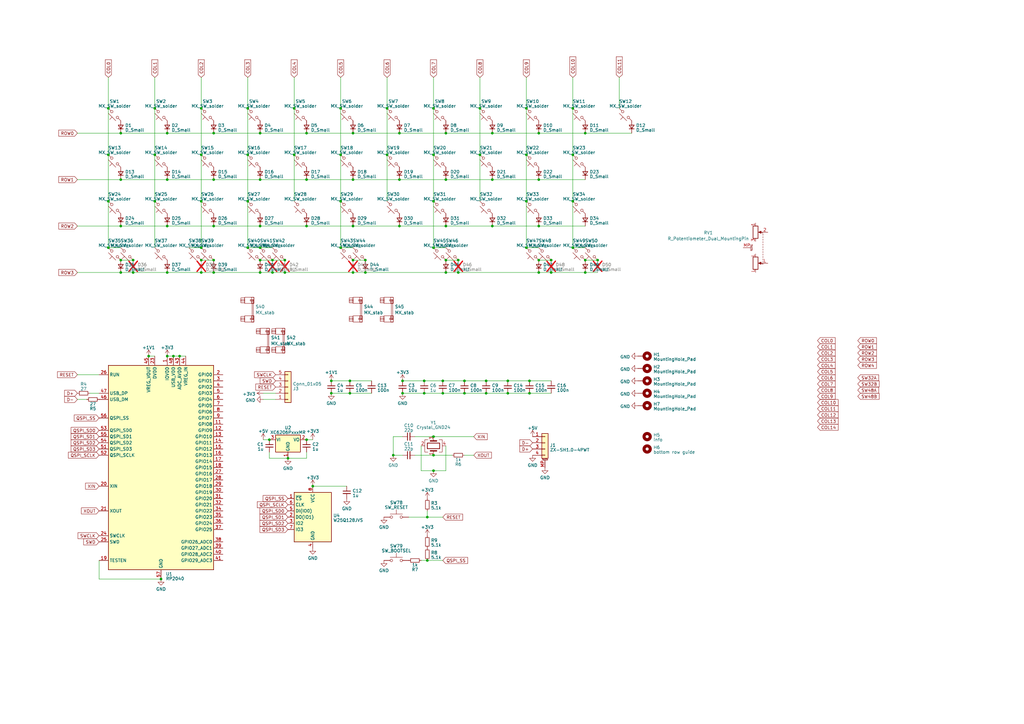
<source format=kicad_sch>
(kicad_sch (version 20231120) (generator "eeschema") (generator_version "8.0")
  (paper "A3")
  (junction (at 163.83 73.66))
  (junction (at 245.11 106.68))
  (junction (at 177.8 179.07))
  (junction (at 139.7 82.55))
  (junction (at 240.03 111.76))
  (junction (at 106.68 101.6))
  (junction (at 101.6 82.55))
  (junction (at 199.39 156.21))
  (junction (at 240.03 54.61))
  (junction (at 125.73 92.71))
  (junction (at 220.98 111.76))
  (junction (at 177.8 63.5))
  (junction (at 73.66 146.05))
  (junction (at 63.5 63.5))
  (junction (at 234.95 82.55))
  (junction (at 49.53 111.76))
  (junction (at 149.86 106.68))
  (junction (at 220.98 54.61))
  (junction (at 144.78 92.71))
  (junction (at 175.26 229.87))
  (junction (at 49.53 73.66))
  (junction (at 177.8 101.6))
  (junction (at 165.1 161.29))
  (junction (at 163.83 92.71))
  (junction (at 106.68 92.71))
  (junction (at 144.78 106.68))
  (junction (at 149.86 111.76))
  (junction (at 220.98 73.66))
  (junction (at 68.58 54.61))
  (junction (at 116.84 111.76))
  (junction (at 106.68 54.61))
  (junction (at 177.8 193.04))
  (junction (at 208.28 161.29))
  (junction (at 82.55 44.45))
  (junction (at 190.5 156.21))
  (junction (at 135.89 156.21))
  (junction (at 49.53 54.61))
  (junction (at 82.55 106.68))
  (junction (at 181.61 156.21))
  (junction (at 66.04 237.49))
  (junction (at 63.5 82.55))
  (junction (at 135.89 161.29))
  (junction (at 182.88 106.68))
  (junction (at 128.27 199.39))
  (junction (at 82.55 63.5))
  (junction (at 68.58 111.76))
  (junction (at 182.88 111.76))
  (junction (at 158.75 63.5))
  (junction (at 101.6 63.5))
  (junction (at 71.12 146.05))
  (junction (at 175.26 212.09))
  (junction (at 106.68 73.66))
  (junction (at 181.61 161.29))
  (junction (at 220.98 106.68))
  (junction (at 143.51 156.21))
  (junction (at 87.63 111.76))
  (junction (at 161.29 186.69))
  (junction (at 120.65 44.45))
  (junction (at 220.98 92.71))
  (junction (at 208.28 156.21))
  (junction (at 110.49 180.34))
  (junction (at 106.68 106.68))
  (junction (at 199.39 161.29))
  (junction (at 240.03 106.68))
  (junction (at 158.75 44.45))
  (junction (at 177.8 82.55))
  (junction (at 49.53 92.71))
  (junction (at 234.95 63.5))
  (junction (at 44.45 82.55))
  (junction (at 111.76 111.76))
  (junction (at 215.9 63.5))
  (junction (at 139.7 63.5))
  (junction (at 139.7 101.6))
  (junction (at 139.7 44.45))
  (junction (at 226.06 111.76))
  (junction (at 120.65 63.5))
  (junction (at 196.85 63.5))
  (junction (at 144.78 111.76))
  (junction (at 215.9 101.6))
  (junction (at 182.88 54.61))
  (junction (at 163.83 54.61))
  (junction (at 44.45 101.6))
  (junction (at 87.63 73.66))
  (junction (at 118.11 187.96))
  (junction (at 143.51 161.29))
  (junction (at 226.06 106.68))
  (junction (at 201.93 92.71))
  (junction (at 68.58 146.05))
  (junction (at 60.96 146.05))
  (junction (at 87.63 92.71))
  (junction (at 68.58 92.71))
  (junction (at 87.63 54.61))
  (junction (at 82.55 111.76))
  (junction (at 234.95 101.6))
  (junction (at 201.93 73.66))
  (junction (at 201.93 54.61))
  (junction (at 177.8 44.45))
  (junction (at 173.99 156.21))
  (junction (at 101.6 101.6))
  (junction (at 234.95 44.45))
  (junction (at 44.45 44.45))
  (junction (at 125.73 54.61))
  (junction (at 82.55 101.6))
  (junction (at 173.99 161.29))
  (junction (at 106.68 111.76))
  (junction (at 217.17 161.29))
  (junction (at 196.85 44.45))
  (junction (at 63.5 44.45))
  (junction (at 177.8 186.69))
  (junction (at 87.63 106.68))
  (junction (at 165.1 156.21))
  (junction (at 44.45 63.5))
  (junction (at 116.84 106.68))
  (junction (at 82.55 82.55))
  (junction (at 54.61 106.68))
  (junction (at 215.9 82.55))
  (junction (at 187.96 111.76))
  (junction (at 54.61 111.76))
  (junction (at 101.6 44.45))
  (junction (at 125.73 73.66))
  (junction (at 217.17 156.21))
  (junction (at 215.9 44.45))
  (junction (at 190.5 161.29))
  (junction (at 144.78 54.61))
  (junction (at 49.53 106.68))
  (junction (at 111.76 106.68))
  (junction (at 182.88 92.71))
  (junction (at 68.58 73.66))
  (junction (at 187.96 106.68))
  (junction (at 182.88 73.66))
  (junction (at 125.73 180.34))
  (junction (at 144.78 73.66))
  (wire (pts (xy 158.75 63.5) (xy 158.75 82.55)))
  (wire (pts (xy 181.61 212.09) (xy 175.26 212.09)))
  (wire (pts (xy 182.88 182.88) (xy 182.88 193.04)))
  (wire (pts (xy 199.39 156.21) (xy 208.28 156.21)))
  (wire (pts (xy 120.65 44.45) (xy 120.65 63.5)))
  (wire (pts (xy 44.45 63.5) (xy 44.45 82.55)))
  (wire (pts (xy 196.85 44.45) (xy 196.85 63.5)))
  (wire (pts (xy 215.9 44.45) (xy 215.9 63.5)))
  (wire (pts (xy 120.65 31.75) (xy 120.65 44.45)))
  (wire (pts (xy 144.78 54.61) (xy 163.83 54.61)))
  (wire (pts (xy 144.78 111.76) (xy 149.86 111.76)))
  (wire (pts (xy 31.75 163.83) (xy 35.56 163.83)))
  (wire (pts (xy 106.68 111.76) (xy 111.76 111.76)))
  (wire (pts (xy 177.8 44.45) (xy 177.8 63.5)))
  (wire (pts (xy 111.76 106.68) (xy 116.84 106.68)))
  (wire (pts (xy 101.6 63.5) (xy 101.6 82.55)))
  (wire (pts (xy 215.9 31.75) (xy 215.9 44.45)))
  (wire (pts (xy 194.31 186.69) (xy 190.5 186.69)))
  (wire (pts (xy 77.47 101.6) (xy 82.55 101.6)))
  (wire (pts (xy 173.99 156.21) (xy 181.61 156.21)))
  (wire (pts (xy 175.26 229.87) (xy 181.61 229.87)))
  (wire (pts (xy 143.51 156.21) (xy 152.4 156.21)))
  (wire (pts (xy 40.64 237.49) (xy 66.04 237.49)))
  (wire (pts (xy 177.8 186.69) (xy 185.42 186.69)))
  (wire (pts (xy 161.29 179.07) (xy 161.29 186.69)))
  (wire (pts (xy 196.85 31.75) (xy 196.85 44.45)))
  (wire (pts (xy 177.8 193.04) (xy 182.88 193.04)))
  (wire (pts (xy 144.78 106.68) (xy 149.86 106.68)))
  (wire (pts (xy 106.68 106.68) (xy 111.76 106.68)))
  (wire (pts (xy 167.64 212.09) (xy 175.26 212.09)))
  (wire (pts (xy 181.61 156.21) (xy 190.5 156.21)))
  (wire (pts (xy 165.1 161.29) (xy 173.99 161.29)))
  (wire (pts (xy 68.58 92.71) (xy 87.63 92.71)))
  (wire (pts (xy 139.7 63.5) (xy 139.7 82.55)))
  (wire (pts (xy 240.03 106.68) (xy 245.11 106.68)))
  (wire (pts (xy 36.83 161.29) (xy 40.64 161.29)))
  (wire (pts (xy 106.68 73.66) (xy 125.73 73.66)))
  (wire (pts (xy 106.68 101.6) (xy 111.76 101.6)))
  (wire (pts (xy 201.93 92.71) (xy 220.98 92.71)))
  (wire (pts (xy 220.98 106.68) (xy 226.06 106.68)))
  (wire (pts (xy 44.45 44.45) (xy 44.45 63.5)))
  (wire (pts (xy 31.75 92.71) (xy 49.53 92.71)))
  (wire (pts (xy 182.88 73.66) (xy 201.93 73.66)))
  (wire (pts (xy 187.96 111.76) (xy 220.98 111.76)))
  (wire (pts (xy 68.58 54.61) (xy 87.63 54.61)))
  (wire (pts (xy 101.6 82.55) (xy 101.6 101.6)))
  (wire (pts (xy 142.24 199.39) (xy 128.27 199.39)))
  (wire (pts (xy 181.61 161.29) (xy 190.5 161.29)))
  (wire (pts (xy 144.78 92.71) (xy 163.83 92.71)))
  (wire (pts (xy 217.17 161.29) (xy 226.06 161.29)))
  (wire (pts (xy 220.98 92.71) (xy 240.03 92.71)))
  (wire (pts (xy 161.29 179.07) (xy 165.1 179.07)))
  (wire (pts (xy 82.55 82.55) (xy 82.55 101.6)))
  (wire (pts (xy 182.88 92.71) (xy 201.93 92.71)))
  (wire (pts (xy 201.93 73.66) (xy 220.98 73.66)))
  (wire (pts (xy 135.89 161.29) (xy 143.51 161.29)))
  (wire (pts (xy 170.18 179.07) (xy 177.8 179.07)))
  (wire (pts (xy 161.29 186.69) (xy 165.1 186.69)))
  (wire (pts (xy 44.45 82.55) (xy 44.45 101.6)))
  (wire (pts (xy 139.7 101.6) (xy 144.78 101.6)))
  (wire (pts (xy 68.58 111.76) (xy 82.55 111.76)))
  (wire (pts (xy 101.6 101.6) (xy 106.68 101.6)))
  (wire (pts (xy 177.8 31.75) (xy 177.8 44.45)))
  (wire (pts (xy 182.88 54.61) (xy 201.93 54.61)))
  (wire (pts (xy 87.63 73.66) (xy 106.68 73.66)))
  (wire (pts (xy 226.06 111.76) (xy 240.03 111.76)))
  (wire (pts (xy 170.18 186.69) (xy 177.8 186.69)))
  (wire (pts (xy 101.6 31.75) (xy 101.6 44.45)))
  (wire (pts (xy 31.75 54.61) (xy 49.53 54.61)))
  (wire (pts (xy 82.55 106.68) (xy 87.63 106.68)))
  (wire (pts (xy 215.9 82.55) (xy 215.9 101.6)))
  (wire (pts (xy 116.84 111.76) (xy 144.78 111.76)))
  (wire (pts (xy 177.8 101.6) (xy 182.88 101.6)))
  (wire (pts (xy 106.68 54.61) (xy 125.73 54.61)))
  (wire (pts (xy 240.03 54.61) (xy 259.08 54.61)))
  (wire (pts (xy 125.73 54.61) (xy 144.78 54.61)))
  (wire (pts (xy 220.98 73.66) (xy 240.03 73.66)))
  (wire (pts (xy 82.55 31.75) (xy 82.55 44.45)))
  (wire (pts (xy 87.63 92.71) (xy 106.68 92.71)))
  (wire (pts (xy 177.8 179.07) (xy 194.31 179.07)))
  (wire (pts (xy 182.88 111.76) (xy 187.96 111.76)))
  (wire (pts (xy 125.73 180.34) (xy 128.27 180.34)))
  (wire (pts (xy 87.63 54.61) (xy 106.68 54.61)))
  (wire (pts (xy 199.39 161.29) (xy 208.28 161.29)))
  (wire (pts (xy 163.83 73.66) (xy 182.88 73.66)))
  (wire (pts (xy 125.73 92.71) (xy 144.78 92.71)))
  (wire (pts (xy 31.75 73.66) (xy 49.53 73.66)))
  (wire (pts (xy 234.95 82.55) (xy 234.95 101.6)))
  (wire (pts (xy 234.95 44.45) (xy 234.95 63.5)))
  (wire (pts (xy 190.5 161.29) (xy 199.39 161.29)))
  (wire (pts (xy 63.5 44.45) (xy 63.5 63.5)))
  (wire (pts (xy 177.8 193.04) (xy 172.72 193.04)))
  (wire (pts (xy 173.99 161.29) (xy 181.61 161.29)))
  (wire (pts (xy 60.96 146.05) (xy 63.5 146.05)))
  (wire (pts (xy 71.12 146.05) (xy 73.66 146.05)))
  (wire (pts (xy 177.8 63.5) (xy 177.8 82.55)))
  (wire (pts (xy 44.45 101.6) (xy 49.53 101.6)))
  (wire (pts (xy 215.9 101.6) (xy 220.98 101.6)))
  (wire (pts (xy 190.5 156.21) (xy 199.39 156.21)))
  (wire (pts (xy 177.8 82.55) (xy 177.8 101.6)))
  (wire (pts (xy 82.55 111.76) (xy 87.63 111.76)))
  (wire (pts (xy 82.55 44.45) (xy 82.55 63.5)))
  (wire (pts (xy 101.6 44.45) (xy 101.6 63.5)))
  (wire (pts (xy 125.73 73.66) (xy 144.78 73.66)))
  (wire (pts (xy 234.95 31.75) (xy 234.95 44.45)))
  (wire (pts (xy 111.76 111.76) (xy 116.84 111.76)))
  (wire (pts (xy 49.53 54.61) (xy 68.58 54.61)))
  (wire (pts (xy 182.88 106.68) (xy 187.96 106.68)))
  (wire (pts (xy 54.61 111.76) (xy 68.58 111.76)))
  (wire (pts (xy 40.64 229.87) (xy 40.64 237.49)))
  (wire (pts (xy 196.85 63.5) (xy 196.85 82.55)))
  (wire (pts (xy 120.65 63.5) (xy 120.65 82.55)))
  (wire (pts (xy 63.5 63.5) (xy 63.5 82.55)))
  (wire (pts (xy 240.03 111.76) (xy 245.11 111.76)))
  (wire (pts (xy 49.53 111.76) (xy 54.61 111.76)))
  (wire (pts (xy 82.55 63.5) (xy 82.55 82.55)))
  (wire (pts (xy 172.72 193.04) (xy 172.72 182.88)))
  (wire (pts (xy 220.98 54.61) (xy 240.03 54.61)))
  (wire (pts (xy 139.7 31.75) (xy 139.7 44.45)))
  (wire (pts (xy 163.83 92.71) (xy 182.88 92.71)))
  (wire (pts (xy 125.73 187.96) (xy 125.73 185.42)))
  (wire (pts (xy 158.75 44.45) (xy 158.75 63.5)))
  (wire (pts (xy 215.9 63.5) (xy 215.9 82.55)))
  (wire (pts (xy 31.75 111.76) (xy 49.53 111.76)))
  (wire (pts (xy 87.63 111.76) (xy 106.68 111.76)))
  (wire (pts (xy 234.95 101.6) (xy 240.03 101.6)))
  (wire (pts (xy 175.26 229.87) (xy 172.72 229.87)))
  (wire (pts (xy 139.7 82.55) (xy 139.7 101.6)))
  (wire (pts (xy 63.5 82.55) (xy 63.5 101.6)))
  (wire (pts (xy 106.68 92.71) (xy 125.73 92.71)))
  (wire (pts (xy 208.28 161.29) (xy 217.17 161.29)))
  (wire (pts (xy 49.53 73.66) (xy 68.58 73.66)))
  (wire (pts (xy 107.95 161.29) (xy 113.03 161.29)))
  (wire (pts (xy 158.75 31.75) (xy 158.75 44.45)))
  (wire (pts (xy 234.95 63.5) (xy 234.95 82.55)))
  (wire (pts (xy 49.53 106.68) (xy 54.61 106.68)))
  (wire (pts (xy 254 31.75) (xy 254 44.45)))
  (wire (pts (xy 107.95 180.34) (xy 110.49 180.34)))
  (wire (pts (xy 143.51 161.29) (xy 152.4 161.29)))
  (wire (pts (xy 73.66 146.05) (xy 76.2 146.05)))
  (wire (pts (xy 163.83 54.61) (xy 182.88 54.61)))
  (wire (pts (xy 220.98 111.76) (xy 226.06 111.76)))
  (wire (pts (xy 49.53 92.71) (xy 68.58 92.71)))
  (wire (pts (xy 110.49 187.96) (xy 118.11 187.96)))
  (wire (pts (xy 40.64 153.67) (xy 31.75 153.67)))
  (wire (pts (xy 44.45 31.75) (xy 44.45 44.45)))
  (wire (pts (xy 144.78 73.66) (xy 163.83 73.66)))
  (wire (pts (xy 208.28 156.21) (xy 217.17 156.21)))
  (wire (pts (xy 201.93 54.61) (xy 220.98 54.61)))
  (wire (pts (xy 175.26 209.55) (xy 175.26 212.09)))
  (wire (pts (xy 165.1 156.21) (xy 173.99 156.21)))
  (wire (pts (xy 68.58 73.66) (xy 87.63 73.66)))
  (wire (pts (xy 118.11 187.96) (xy 125.73 187.96)))
  (wire (pts (xy 110.49 185.42) (xy 110.49 187.96)))
  (wire (pts (xy 107.95 163.83) (xy 113.03 163.83)))
  (wire (pts (xy 63.5 31.75) (xy 63.5 44.45)))
  (wire (pts (xy 135.89 156.21) (xy 143.51 156.21)))
  (wire (pts (xy 68.58 146.05) (xy 71.12 146.05)))
  (wire (pts (xy 149.86 111.76) (xy 182.88 111.76)))
  (wire (pts (xy 139.7 44.45) (xy 139.7 63.5)))
  (wire (pts (xy 217.17 156.21) (xy 226.06 156.21)))
  (global_label "D+" (shape input) (at 31.75 161.29 180) (property "Intersheetrefs" "${INTERSHEET_REFS}" (effects (hide yes))))
  (global_label "COL5" (shape input) (at 139.7 31.75 90) (property "Intersheetrefs" "${INTERSHEET_REFS}" (effects (hide yes))))
  (global_label "COL5" (shape input) (at 335.28 152.4 0) (property "Intersheetrefs" "${INTERSHEET_REFS}" (effects (hide yes))))
  (global_label "COL8" (shape input) (at 196.85 31.75 90) (property "Intersheetrefs" "${INTERSHEET_REFS}" (effects (hide yes))))
  (global_label "SW32B" (shape input) (at 351.79 157.48 0) (property "Intersheetrefs" "${INTERSHEET_REFS}" (effects (hide yes))))
  (global_label "COL10" (shape input) (at 335.28 165.1 0) (property "Intersheetrefs" "${INTERSHEET_REFS}" (effects (hide yes))))
  (global_label "COL1" (shape input) (at 63.5 31.75 90) (property "Intersheetrefs" "${INTERSHEET_REFS}" (effects (hide yes))))
  (global_label "COL11" (shape input) (at 254 31.75 90) (property "Intersheetrefs" "${INTERSHEET_REFS}" (effects (hide yes))))
  (global_label "COL9" (shape input) (at 215.9 31.75 90) (property "Intersheetrefs" "${INTERSHEET_REFS}" (effects (hide yes))))
  (global_label "COL2" (shape input) (at 335.28 144.78 0) (property "Intersheetrefs" "${INTERSHEET_REFS}" (effects (hide yes))))
  (global_label "COL10" (shape input) (at 234.95 31.75 90) (property "Intersheetrefs" "${INTERSHEET_REFS}" (effects (hide yes))))
  (global_label "COL0" (shape input) (at 335.28 139.7 0) (property "Intersheetrefs" "${INTERSHEET_REFS}" (effects (hide yes))))
  (global_label "SW32A" (shape input) (at 351.79 154.94 0) (property "Intersheetrefs" "${INTERSHEET_REFS}" (effects (hide yes))))
  (global_label "SW48B" (shape input) (at 351.79 162.56 0) (property "Intersheetrefs" "${INTERSHEET_REFS}" (effects (hide yes))))
  (global_label "QSPI_SD1" (shape input) (at 118.11 212.09 180) (property "Intersheetrefs" "${INTERSHEET_REFS}" (effects (hide yes))))
  (global_label "COL7" (shape input) (at 335.28 157.48 0) (property "Intersheetrefs" "${INTERSHEET_REFS}" (effects (hide yes))))
  (global_label "COL13" (shape input) (at 335.28 172.72 0) (property "Intersheetrefs" "${INTERSHEET_REFS}" (effects (hide yes))))
  (global_label "COL6" (shape input) (at 158.75 31.75 90) (property "Intersheetrefs" "${INTERSHEET_REFS}" (effects (hide yes))))
  (global_label "QSPI_SCLK" (shape input) (at 118.11 207.01 180) (property "Intersheetrefs" "${INTERSHEET_REFS}" (effects (hide yes))))
  (global_label "QSPI_SS" (shape input) (at 118.11 204.47 180) (property "Intersheetrefs" "${INTERSHEET_REFS}" (effects (hide yes))))
  (global_label "COL4" (shape input) (at 335.28 149.86 0) (property "Intersheetrefs" "${INTERSHEET_REFS}" (effects (hide yes))))
  (global_label "XIN" (shape input) (at 40.64 199.39 180) (property "Intersheetrefs" "${INTERSHEET_REFS}" (effects (hide yes))))
  (global_label "COL7" (shape input) (at 177.8 31.75 90) (property "Intersheetrefs" "${INTERSHEET_REFS}" (effects (hide yes))))
  (global_label "COL12" (shape input) (at 335.28 170.18 0) (property "Intersheetrefs" "${INTERSHEET_REFS}" (effects (hide yes))))
  (global_label "QSPI_SS" (shape input) (at 181.61 229.87 0) (property "Intersheetrefs" "${INTERSHEET_REFS}" (effects (hide yes))))
  (global_label "SWD" (shape input) (at 113.03 156.21 180) (property "Intersheetrefs" "${INTERSHEET_REFS}" (effects (hide yes))))
  (global_label "ROW3" (shape input) (at 31.75 111.76 180) (property "Intersheetrefs" "${INTERSHEET_REFS}" (effects (hide yes))))
  (global_label "COL9" (shape input) (at 335.28 162.56 0) (property "Intersheetrefs" "${INTERSHEET_REFS}" (effects (hide yes))))
  (global_label "COL0" (shape input) (at 44.45 31.75 90) (property "Intersheetrefs" "${INTERSHEET_REFS}" (effects (hide yes))))
  (global_label "COL3" (shape input) (at 101.6 31.75 90) (property "Intersheetrefs" "${INTERSHEET_REFS}" (effects (hide yes))))
  (global_label "SW48A" (shape input) (at 351.79 160.02 0) (property "Intersheetrefs" "${INTERSHEET_REFS}" (effects (hide yes))))
  (global_label "D-" (shape input) (at 31.75 163.83 180) (property "Intersheetrefs" "${INTERSHEET_REFS}" (effects (hide yes))))
  (global_label "ROW1" (shape input) (at 351.79 142.24 0) (property "Intersheetrefs" "${INTERSHEET_REFS}" (effects (hide yes))))
  (global_label "SWCLK" (shape input) (at 113.03 153.67 180) (property "Intersheetrefs" "${INTERSHEET_REFS}" (effects (hide yes))))
  (global_label "XOUT" (shape input) (at 194.31 186.69 0) (property "Intersheetrefs" "${INTERSHEET_REFS}" (effects (hide yes))))
  (global_label "RESET" (shape input) (at 113.03 158.75 180) (property "Intersheetrefs" "${INTERSHEET_REFS}" (effects (hide yes))))
  (global_label "QSPI_SS" (shape input) (at 40.64 171.45 180) (property "Intersheetrefs" "${INTERSHEET_REFS}" (effects (hide yes))))
  (global_label "QSPI_SCLK" (shape input) (at 40.64 186.69 180) (property "Intersheetrefs" "${INTERSHEET_REFS}" (effects (hide yes))))
  (global_label "QSPI_SD2" (shape input) (at 118.11 214.63 180) (property "Intersheetrefs" "${INTERSHEET_REFS}" (effects (hide yes))))
  (global_label "COL3" (shape input) (at 335.28 147.32 0) (property "Intersheetrefs" "${INTERSHEET_REFS}" (effects (hide yes))))
  (global_label "QSPI_SD0" (shape input) (at 40.64 176.53 180) (property "Intersheetrefs" "${INTERSHEET_REFS}" (effects (hide yes))))
  (global_label "COL4" (shape input) (at 120.65 31.75 90) (property "Intersheetrefs" "${INTERSHEET_REFS}" (effects (hide yes))))
  (global_label "QSPI_SD3" (shape input) (at 40.64 184.15 180) (property "Intersheetrefs" "${INTERSHEET_REFS}" (effects (hide yes))))
  (global_label "COL1" (shape input) (at 335.28 142.24 0) (property "Intersheetrefs" "${INTERSHEET_REFS}" (effects (hide yes))))
  (global_label "XIN" (shape input) (at 194.31 179.07 0) (property "Intersheetrefs" "${INTERSHEET_REFS}" (effects (hide yes))))
  (global_label "COL8" (shape input) (at 335.28 160.02 0) (property "Intersheetrefs" "${INTERSHEET_REFS}" (effects (hide yes))))
  (global_label "ROW0" (shape input) (at 31.75 54.61 180) (property "Intersheetrefs" "${INTERSHEET_REFS}" (effects (hide yes))))
  (global_label "ROW0" (shape input) (at 351.79 139.7 0) (property "Intersheetrefs" "${INTERSHEET_REFS}" (effects (hide yes))))
  (global_label "COL2" (shape input) (at 82.55 31.75 90) (property "Intersheetrefs" "${INTERSHEET_REFS}" (effects (hide yes))))
  (global_label "ROW2" (shape input) (at 351.79 144.78 0) (property "Intersheetrefs" "${INTERSHEET_REFS}" (effects (hide yes))))
  (global_label "QSPI_SD2" (shape input) (at 40.64 181.61 180) (property "Intersheetrefs" "${INTERSHEET_REFS}" (effects (hide yes))))
  (global_label "COL11" (shape input) (at 335.28 167.64 0) (property "Intersheetrefs" "${INTERSHEET_REFS}" (effects (hide yes))))
  (global_label "D-" (shape input) (at 218.44 181.61 180) (property "Intersheetrefs" "${INTERSHEET_REFS}" (effects (hide yes))))
  (global_label "COL14" (shape input) (at 335.28 175.26 0) (property "Intersheetrefs" "${INTERSHEET_REFS}" (effects (hide yes))))
  (global_label "RESET" (shape input) (at 31.75 153.67 180) (property "Intersheetrefs" "${INTERSHEET_REFS}" (effects (hide yes))))
  (global_label "QSPI_SD0" (shape input) (at 118.11 209.55 180) (property "Intersheetrefs" "${INTERSHEET_REFS}" (effects (hide yes))))
  (global_label "SWCLK" (shape input) (at 40.64 219.71 180) (property "Intersheetrefs" "${INTERSHEET_REFS}" (effects (hide yes))))
  (global_label "SWD" (shape input) (at 40.64 222.25 180) (property "Intersheetrefs" "${INTERSHEET_REFS}" (effects (hide yes))))
  (global_label "QSPI_SD1" (shape input) (at 40.64 179.07 180) (property "Intersheetrefs" "${INTERSHEET_REFS}" (effects (hide yes))))
  (global_label "ROW1" (shape input) (at 31.75 73.66 180) (property "Intersheetrefs" "${INTERSHEET_REFS}" (effects (hide yes))))
  (global_label "COL6" (shape input) (at 335.28 154.94 0) (property "Intersheetrefs" "${INTERSHEET_REFS}" (effects (hide yes))))
  (global_label "XOUT" (shape input) (at 40.64 209.55 180) (property "Intersheetrefs" "${INTERSHEET_REFS}" (effects (hide yes))))
  (global_label "ROW3" (shape input) (at 351.79 147.32 0) (property "Intersheetrefs" "${INTERSHEET_REFS}" (effects (hide yes))))
  (global_label "D+" (shape input) (at 218.44 184.15 180) (property "Intersheetrefs" "${INTERSHEET_REFS}" (effects (hide yes))))
  (global_label "ROW2" (shape input) (at 31.75 92.71 180) (property "Intersheetrefs" "${INTERSHEET_REFS}" (effects (hide yes))))
  (global_label "QSPI_SD3" (shape input) (at 118.11 217.17 180) (property "Intersheetrefs" "${INTERSHEET_REFS}" (effects (hide yes))))
  (global_label "ROW4" (shape input) (at 351.79 149.86 0) (property "Intersheetrefs" "${INTERSHEET_REFS}" (effects (hide yes))))
  (global_label "RESET" (shape input) (at 181.61 212.09 0) (property "Intersheetrefs" "${INTERSHEET_REFS}" (effects (hide yes))))
  (symbol (lib_id "PCM_marbastlib-mx:MX_stab") (at 107.95 139.7 90) (unit 1)
    (property "Reference" "S41" (at 111.125 138.4878 90) (effects (justify right)))
    (property "Value" "MX_stab" (at 111.125 140.9121 90) (effects (justify right)))
    (property "Footprint" "PCM_marbastlib-mx:STAB_MX_P_7u" (effects (hide yes)))
  )
  (symbol (lib_id "Device:C_Small") (at 173.99 158.75 0) (unit 1)
    (property "Reference" "C6" (at 176.3141 158.1126 0) (effects (justify left)))
    (property "Value" "1u" (at 176.3141 160.0336 0) (effects (justify left)))
    (property "Footprint" "Capacitor_SMD:C_0402_1005Metric" (effects (hide yes)))
  )
  (symbol (lib_id "Device:R_Small") (at 175.26 207.01 180) (unit 1)
    (property "Reference" "R3" (at 176.7586 206.3663 0) (effects (justify right)))
    (property "Value" "5.1k" (at 176.7586 208.2873 0) (effects (justify right)))
    (property "Footprint" "Resistor_SMD:R_0402_1005Metric" (effects (hide yes)))
  )
  (symbol (lib_id "Device:D_Small") (at 182.88 52.07 90) (unit 1)
    (property "Reference" "D8" (at 184.658 51.4263 90) (effects (justify right)))
    (property "Value" "D_Small" (at 184.658 53.3473 90) (effects (justify right)))
    (property "Footprint" "shoonies_parts:D_SOD-123_CLEAN" (effects (hide yes)))
    (property "Sim.Device" "D" (effects (hide yes)))
    (property "Sim.Pins" "1=K 2=A" (effects (hide yes)))
  )
  (symbol (lib_id "power:+5V") (at 107.95 180.34 0) (unit 1)
    (property "Reference" "#PWR012" (effects (hide yes)))
    (property "Value" "+5V" (at 107.95 176.8381 0))
  )
  (symbol (lib_id "power:GND") (at 223.52 191.77 0) (unit 1)
    (property "Reference" "#PWR022" (effects (hide yes)))
    (property "Value" "GND" (at 223.52 195.9055 0))
  )
  (symbol (lib_id "PCM_marbastlib-mx:MX_SW_solder") (at 66.04 85.09 180) (unit 1)
    (property "Reference" "SW25" (at 66.04 79.6671 0))
    (property "Value" "MX_SW_solder" (at 66.04 81.5881 0))
    (property "Footprint" "PCM_marbastlib-mx:SW_MX_1u" (effects (hide yes)))
  )
  (symbol (lib_id "power:GND") (at 135.89 161.29 0) (unit 1)
    (property "Reference" "#PWR025" (effects (hide yes)))
    (property "Value" "GND" (at 135.89 165.4255 0))
  )
  (symbol (lib_id "Mechanical:MountingHole_Pad") (at 264.16 166.37 270) (unit 1)
    (property "Reference" "H7" (at 267.97 165.7263 90) (effects (justify left)))
    (property "Value" "MountingHole_Pad" (at 267.97 167.6473 90) (effects (justify left)))
    (property "Footprint" "MountingHole:MountingHole_6mm_Pad" (effects (hide yes)))
  )
  (symbol (lib_id "Device:D_Small") (at 245.11 109.22 90) (unit 1) (in_bom no) (on_board no) (dnp yes)
    (property "Reference" "D50" (at 246.888 108.5763 90) (effects (justify right)))
    (property "Value" "D_Small" (at 246.888 110.4973 90) (effects (justify right)))
    (property "Footprint" "shoonies_parts:D_SOD-123_CLEAN" (effects (hide yes)))
    (property "Sim.Device" "D" (effects (hide yes)))
    (property "Sim.Pins" "1=K 2=A" (effects (hide yes)))
  )
  (symbol (lib_id "Device:D_Small") (at 87.63 90.17 90) (unit 1)
    (property "Reference" "D26" (at 89.408 89.5263 90) (effects (justify right)))
    (property "Value" "D_Small" (at 89.408 91.4473 90) (effects (justify right)))
    (property "Footprint" "shoonies_parts:D_SOD-123_CLEAN" (effects (hide yes)))
    (property "Sim.Device" "D" (effects (hide yes)))
    (property "Sim.Pins" "1=K 2=A" (effects (hide yes)))
  )
  (symbol (lib_id "Regulator_Linear:XC6206PxxxMR") (at 118.11 180.34 0) (unit 1)
    (property "Reference" "U2" (at 118.11 175.4251 0))
    (property "Value" "XC6206PxxxMR" (at 118.11 177.3461 0))
    (property "Footprint" "Package_TO_SOT_SMD:SOT-23-3" (effects (hide yes)))
    (property "Datasheet" "https://www.torexsemi.com/file/xc6206/XC6206.pdf" (effects (hide yes)))
  )
  (symbol (lib_id "PCM_marbastlib-mx:MX_SW_solder") (at 256.54 46.99 180) (unit 1)
    (property "Reference" "SW12" (at 256.54 41.5671 0))
    (property "Value" "MX_SW_solder" (at 256.54 43.4881 0))
    (property "Footprint" "PCM_marbastlib-mx:SW_MX_1u" (effects (hide yes)))
  )
  (symbol (lib_id "Device:D_Small") (at 87.63 71.12 90) (unit 1)
    (property "Reference" "D15" (at 89.408 70.4763 90) (effects (justify right)))
    (property "Value" "D_Small" (at 89.408 72.3973 90) (effects (justify right)))
    (property "Footprint" "shoonies_parts:D_SOD-123_CLEAN" (effects (hide yes)))
    (property "Sim.Device" "D" (effects (hide yes)))
    (property "Sim.Pins" "1=K 2=A" (effects (hide yes)))
  )
  (symbol (lib_id "Device:C_Small") (at 167.64 179.07 90) (unit 1)
    (property "Reference" "C10" (at 167.6463 174.498 90))
    (property "Value" "22p" (at 167.6463 176.419 90))
    (property "Footprint" "Capacitor_SMD:C_0402_1005Metric" (effects (hide yes)))
  )
  (symbol (lib_id "Device:C_Small") (at 226.06 158.75 0) (unit 1)
    (property "Reference" "C16" (at 228.3841 158.1126 0) (effects (justify left)))
    (property "Value" "100n" (at 228.3841 160.0336 0) (effects (justify left)))
    (property "Footprint" "Capacitor_SMD:C_0402_1005Metric" (effects (hide yes)))
  )
  (symbol (lib_id "Device:D_Small") (at 54.61 109.22 90) (unit 1) (in_bom no) (on_board no) (dnp yes)
    (property "Reference" "D36" (at 56.388 108.5763 90) (effects (justify right)))
    (property "Value" "D_Small" (at 56.388 110.4973 90) (effects (justify right)))
    (property "Footprint" "shoonies_parts:D_SOD-123_CLEAN" (effects (hide yes)))
    (property "Sim.Device" "D" (effects (hide yes)))
    (property "Sim.Pins" "1=K 2=A" (effects (hide yes)))
  )
  (symbol (lib_id "power:+3V3") (at 175.26 204.47 0) (unit 1)
    (property "Reference" "#PWR027" (effects (hide yes)))
    (property "Value" "+3V3" (at 175.26 200.9681 0))
  )
  (symbol (lib_id "PCM_marbastlib-mx:MX_SW_solder") (at 66.04 66.04 180) (unit 1)
    (property "Reference" "SW14" (at 66.04 60.6171 0))
    (property "Value" "MX_SW_solder" (at 66.04 62.5381 0))
    (property "Footprint" "PCM_marbastlib-mx:SW_MX_1u" (effects (hide yes)))
  )
  (symbol (lib_id "PCM_marbastlib-mx:MX_SW_solder") (at 85.09 66.04 180) (unit 1)
    (property "Reference" "SW15" (at 85.09 60.6171 0))
    (property "Value" "MX_SW_solder" (at 85.09 62.5381 0))
    (property "Footprint" "PCM_marbastlib-mx:SW_MX_1u" (effects (hide yes)))
  )
  (symbol (lib_id "PCM_marbastlib-mx:MX_SW_solder") (at 161.29 85.09 180) (unit 1)
    (property "Reference" "SW30" (at 161.29 79.6671 0))
    (property "Value" "MX_SW_solder" (at 161.29 81.5881 0))
    (property "Footprint" "PCM_marbastlib-mx:SW_MX_1u" (effects (hide yes)))
  )
  (symbol (lib_id "PCM_marbastlib-mx:MX_SW_solder") (at 104.14 46.99 180) (unit 1)
    (property "Reference" "SW4" (at 104.14 41.5671 0))
    (property "Value" "MX_SW_solder" (at 104.14 43.4881 0))
    (property "Footprint" "PCM_marbastlib-mx:SW_MX_1u" (effects (hide yes)))
  )
  (symbol (lib_id "Device:D_Small") (at 187.96 109.22 90) (unit 1) (in_bom no) (on_board no) (dnp yes)
    (property "Reference" "D46" (at 189.738 108.5763 90) (effects (justify right)))
    (property "Value" "D_Small" (at 189.738 110.4973 90) (effects (justify right)))
    (property "Footprint" "shoonies_parts:D_SOD-123_CLEAN" (effects (hide yes)))
    (property "Sim.Device" "D" (effects (hide yes)))
    (property "Sim.Pins" "1=K 2=A" (effects (hide yes)))
  )
  (symbol (lib_id "power:+3V3") (at 68.58 146.05 0) (unit 1)
    (property "Reference" "#PWR020" (effects (hide yes)))
    (property "Value" "+3V3" (at 68.58 142.5481 0))
  )
  (symbol (lib_id "Device:D_Small") (at 220.98 109.22 90) (unit 1)
    (property "Reference" "D47" (at 222.758 108.5763 90) (effects (justify right)))
    (property "Value" "D_Small" (at 222.758 110.4973 90) (effects (justify right)))
    (property "Footprint" "shoonies_parts:D_SOD-123_CLEAN" (effects (hide yes)))
    (property "Sim.Device" "D" (effects (hide yes)))
    (property "Sim.Pins" "1=K 2=A" (effects (hide yes)))
  )
  (symbol (lib_id "power:+3V3") (at 165.1 156.21 0) (unit 1)
    (property "Reference" "#PWR024" (effects (hide yes)))
    (property "Value" "+3V3" (at 165.1 152.7081 0))
  )
  (symbol (lib_id "power:GND") (at 128.27 224.79 0) (unit 1)
    (property "Reference" "#PWR038" (effects (hide yes)))
    (property "Value" "GND" (at 128.27 228.9255 0))
  )
  (symbol (lib_id "Device:D_Small") (at 182.88 90.17 90) (unit 1)
    (property "Reference" "D31" (at 184.658 89.5263 90) (effects (justify right)))
    (property "Value" "D_Small" (at 184.658 91.4473 90) (effects (justify right)))
    (property "Footprint" "shoonies_parts:D_SOD-123_CLEAN" (effects (hide yes)))
    (property "Sim.Device" "D" (effects (hide yes)))
    (property "Sim.Pins" "1=K 2=A" (effects (hide yes)))
  )
  (symbol (lib_id "power:GND") (at 261.62 156.21 270) (unit 1)
    (property "Reference" "#PWR09" (effects (hide yes)))
    (property "Value" "GND" (at 258.4451 156.5268 90) (effects (justify right)))
  )
  (symbol (lib_id "Device:R_Small") (at 34.29 161.29 90) (unit 1)
    (property "Reference" "R4" (at 34.29 157.5435 90))
    (property "Value" "27" (at 34.29 159.4645 90))
    (property "Footprint" "Resistor_SMD:R_0402_1005Metric" (effects (hide yes)))
  )
  (symbol (lib_id "PCM_marbastlib-mx:MX_SW_solder") (at 46.99 46.99 180) (unit 1)
    (property "Reference" "SW1" (at 46.99 41.5671 0))
    (property "Value" "MX_SW_solder" (at 46.99 43.4881 0))
    (property "Footprint" "PCM_marbastlib-mx:SW_MX_1u" (effects (hide yes)))
  )
  (symbol (lib_id "Device:D_Small") (at 182.88 109.22 90) (unit 1)
    (property "Reference" "D45" (at 184.658 108.5763 90) (effects (justify right)))
    (property "Value" "D_Small" (at 184.658 110.4973 90) (effects (justify right)))
    (property "Footprint" "shoonies_parts:D_SOD-123_CLEAN" (effects (hide yes)))
    (property "Sim.Device" "D" (effects (hide yes)))
    (property "Sim.Pins" "1=K 2=A" (effects (hide yes)))
  )
  (symbol (lib_id "Device:D_Small") (at 163.83 90.17 90) (unit 1)
    (property "Reference" "D30" (at 165.608 89.5263 90) (effects (justify right)))
    (property "Value" "D_Small" (at 165.608 91.4473 90) (effects (justify right)))
    (property "Footprint" "shoonies_parts:D_SOD-123_CLEAN" (effects (hide yes)))
    (property "Sim.Device" "D" (effects (hide yes)))
    (property "Sim.Pins" "1=K 2=A" (effects (hide yes)))
  )
  (symbol (lib_id "PCM_marbastlib-mx:MX_SW_solder") (at 218.44 46.99 180) (unit 1)
    (property "Reference" "SW10" (at 218.44 41.5671 0))
    (property "Value" "MX_SW_solder" (at 218.44 43.4881 0))
    (property "Footprint" "PCM_marbastlib-mx:SW_MX_1u" (effects (hide yes)))
  )
  (symbol (lib_id "Mechanical:MountingHole_Pad") (at 264.16 151.13 270) (unit 1)
    (property "Reference" "H2" (at 267.97 150.4863 90) (effects (justify left)))
    (property "Value" "MountingHole_Pad" (at 267.97 152.4073 90) (effects (justify left)))
    (property "Footprint" "MountingHole:MountingHole_2.2mm_M2_Pad" (effects (hide yes)))
  )
  (symbol (lib_id "Device:C_Small") (at 135.89 158.75 0) (unit 1)
    (property "Reference" "C4" (at 138.2141 158.1126 0) (effects (justify left)))
    (property "Value" "1u" (at 138.2141 160.0336 0) (effects (justify left)))
    (property "Footprint" "Capacitor_SMD:C_0402_1005Metric" (effects (hide yes)))
  )
  (symbol (lib_id "Device:D_Small") (at 106.68 109.22 90) (unit 1)
    (property "Reference" "D40" (at 108.458 108.5763 90) (effects (justify right)))
    (property "Value" "D_Small" (at 108.458 110.4973 90) (effects (justify right)))
    (property "Footprint" "shoonies_parts:D_SOD-123_CLEAN" (effects (hide yes)))
    (property "Sim.Device" "D" (effects (hide yes)))
    (property "Sim.Pins" "1=K 2=A" (effects (hide yes)))
  )
  (symbol (lib_id "PCM_marbastlib-mx:MX_SW_solder") (at 114.3 104.14 180) (unit 1)
    (property "Reference" "SW42" (at 114.3 98.7171 0))
    (property "Value" "MX_SW_solder" (at 114.3 100.6381 0))
    (property "Footprint" "PCM_marbastlib-mx:SW_MX_1u" (effects (hide yes)))
  )
  (symbol (lib_id "PCM_marbastlib-mx:MX_SW_solder") (at 237.49 85.09 180) (unit 1)
    (property "Reference" "SW34" (at 237.49 79.6671 0))
    (property "Value" "MX_SW_solder" (at 237.49 81.5881 0))
    (property "Footprint" "PCM_marbastlib-mx:SW_MX_1u" (effects (hide yes)))
  )
  (symbol (lib_id "PCM_marbastlib-mx:MX_SW_solder") (at 161.29 66.04 180) (unit 1)
    (property "Reference" "SW19" (at 161.29 60.6171 0))
    (property "Value" "MX_SW_solder" (at 161.29 62.5381 0))
    (property "Footprint" "PCM_marbastlib-mx:SW_MX_1u" (effects (hide yes)))
  )
  (symbol (lib_id "Mechanical:MountingHole") (at 265.43 179.07 0) (unit 1)
    (property "Reference" "H5" (at 267.97 178.4263 0) (effects (justify left)))
    (property "Value" "info" (at 267.97 180.3473 0) (effects (justify left)))
    (property "Footprint" "shoonies_parts:info" (effects (hide yes)))
  )
  (symbol (lib_id "Mechanical:MountingHole") (at 265.43 184.15 0) (unit 1)
    (property "Reference" "H6" (at 267.97 183.5063 0) (effects (justify left)))
    (property "Value" "bottom row guide" (at 267.97 185.4273 0) (effects (justify left)))
    (property "Footprint" "shoonies_parts:bottom_row_guide" (effects (hide yes)))
  )
  (symbol (lib_id "power:+5V") (at 218.44 179.07 0) (unit 1)
    (property "Reference" "#PWR019" (effects (hide yes)))
    (property "Value" "+5V" (at 218.44 175.5681 0))
  )
  (symbol (lib_id "Device:D_Small") (at 68.58 52.07 90) (unit 1)
    (property "Reference" "D2" (at 70.358 51.4263 90) (effects (justify right)))
    (property "Value" "D_Small" (at 70.358 53.3473 90) (effects (justify right)))
    (property "Footprint" "shoonies_parts:D_SOD-123_CLEAN" (effects (hide yes)))
    (property "Sim.Device" "D" (effects (hide yes)))
    (property "Sim.Pins" "1=K 2=A" (effects (hide yes)))
  )
  (symbol (lib_id "Device:D_Small") (at 49.53 90.17 90) (unit 1)
    (property "Reference" "D24" (at 51.308 89.5263 90) (effects (justify right)))
    (property "Value" "D_Small" (at 51.308 91.4473 90) (effects (justify right)))
    (property "Footprint" "shoonies_parts:D_SOD-123_CLEAN" (effects (hide yes)))
    (property "Sim.Device" "D" (effects (hide yes)))
    (property "Sim.Pins" "1=K 2=A" (effects (hide yes)))
  )
  (symbol (lib_id "Device:C_Small") (at 165.1 158.75 0) (unit 1)
    (property "Reference" "C3" (at 167.4241 158.1126 0) (effects (justify left)))
    (property "Value" "10u" (at 167.4241 160.0336 0) (effects (justify left)))
    (property "Footprint" "Capacitor_SMD:C_0603_1608Metric" (effects (hide yes)))
  )
  (symbol (lib_id "Device:D_Small") (at 106.68 52.07 90) (unit 1)
    (property "Reference" "D4" (at 108.458 51.4263 90) (effects (justify right)))
    (property "Value" "D_Small" (at 108.458 53.3473 90) (effects (justify right)))
    (property "Footprint" "shoonies_parts:D_SOD-123_CLEAN" (effects (hide yes)))
    (property "Sim.Device" "D" (effects (hide yes)))
    (property "Sim.Pins" "1=K 2=A" (effects (hide yes)))
  )
  (symbol (lib_id "power:+1V1") (at 60.96 146.05 0) (unit 1)
    (property "Reference" "#PWR021" (effects (hide yes)))
    (property "Value" "+1V1" (at 60.96 142.5481 0))
  )
  (symbol (lib_id "Device:D_Small") (at 106.68 71.12 90) (unit 1)
    (property "Reference" "D16" (at 108.458 70.4763 90) (effects (justify right)))
    (property "Value" "D_Small" (at 108.458 72.3973 90) (effects (justify right)))
    (property "Footprint" "shoonies_parts:D_SOD-123_CLEAN" (effects (hide yes)))
    (property "Sim.Device" "D" (effects (hide yes)))
    (property "Sim.Pins" "1=K 2=A" (effects (hide yes)))
  )
  (symbol (lib_id "power:GND") (at 107.95 163.83 270) (unit 1)
    (property "Reference" "#PWR030" (effects (hide yes)))
    (property "Value" "GND" (at 104.7751 164.1468 90) (effects (justify right)))
  )
  (symbol (lib_id "power:+3V3") (at 175.26 219.71 0) (unit 1)
    (property "Reference" "#PWR036" (effects (hide yes)))
    (property "Value" "+3V3" (at 175.26 216.2081 0))
  )
  (symbol (lib_id "Device:R_Small") (at 175.26 227.33 180) (unit 1)
    (property "Reference" "R8" (at 176.7586 226.6863 0) (effects (justify right)))
    (property "Value" "5.1k" (at 176.7586 228.6073 0) (effects (justify right)))
    (property "Footprint" "Resistor_SMD:R_0402_1005Metric" (effects (hide yes)))
  )
  (symbol (lib_id "Device:D_Small") (at 144.78 90.17 90) (unit 1)
    (property "Reference" "D29" (at 146.558 89.5263 90) (effects (justify right)))
    (property "Value" "D_Small" (at 146.558 91.4473 90) (effects (justify right)))
    (property "Footprint" "shoonies_parts:D_SOD-123_CLEAN" (effects (hide yes)))
    (property "Sim.Device" "D" (effects (hide yes)))
    (property "Sim.Pins" "1=K 2=A" (effects (hide yes)))
  )
  (symbol (lib_id "power:GND") (at 142.24 204.47 0) (unit 1)
    (property "Reference" "#PWR034" (effects (hide yes)))
    (property "Value" "GND" (at 142.24 208.6055 0))
  )
  (symbol (lib_id "Device:D_Small") (at 68.58 90.17 90) (unit 1)
    (property "Reference" "D25" (at 70.358 89.5263 90) (effects (justify right)))
    (property "Value" "D_Small" (at 70.358 91.4473 90) (effects (justify right)))
    (property "Footprint" "shoonies_parts:D_SOD-123_CLEAN" (effects (hide yes)))
    (property "Sim.Device" "D" (effects (hide yes)))
    (property "Sim.Pins" "1=K 2=A" (effects (hide yes)))
  )
  (symbol (lib_id "Device:D_Small") (at 259.08 52.07 90) (unit 1)
    (property "Reference" "D12" (at 260.858 51.4263 90) (effects (justify right)))
    (property "Value" "D_Small" (at 260.858 53.3473 90) (effects (justify right)))
    (property "Footprint" "shoonies_parts:D_SOD-123_CLEAN" (effects (hide yes)))
    (property "Sim.Device" "D" (effects (hide yes)))
    (property "Sim.Pins" "1=K 2=A" (effects (hide yes)))
  )
  (symbol (lib_id "PCM_marbastlib-mx:MX_SW_solder") (at 147.32 104.14 180) (unit 1)
    (property "Reference" "SW44" (at 147.32 98.7171 0))
    (property "Value" "MX_SW_solder" (at 147.32 100.6381 0))
    (property "Footprint" "PCM_marbastlib-mx:SW_MX_1u" (effects (hide yes)))
  )
  (symbol (lib_id "PCM_marbastlib-mx:MX_SW_solder") (at 104.14 104.14 180) (unit 1)
    (property "Reference" "SW40" (at 104.14 98.7171 0))
    (property "Value" "MX_SW_solder" (at 104.14 100.6381 0))
    (property "Footprint" "PCM_marbastlib-mx:SW_MX_1u" (effects (hide yes)))
  )
  (symbol (lib_id "Device:D_Small") (at 220.98 71.12 90) (unit 1)
    (property "Reference" "D22" (at 222.758 70.4763 90) (effects (justify right)))
    (property "Value" "D_Small" (at 222.758 72.3973 90) (effects (justify right)))
    (property "Footprint" "shoonies_parts:D_SOD-123_CLEAN" (effects (hide yes)))
    (property "Sim.Device" "D" (effects (hide yes)))
    (property "Sim.Pins" "1=K 2=A" (effects (hide yes)))
  )
  (symbol (lib_id "Device:D_Small") (at 116.84 109.22 90) (unit 1) (in_bom no) (on_board no) (dnp yes)
    (property "Reference" "D42" (at 118.618 108.5763 90) (effects (justify right)))
    (property "Value" "D_Small" (at 118.618 110.4973 90) (effects (justify right)))
    (property "Footprint" "shoonies_parts:D_SOD-123_CLEAN" (effects (hide yes)))
    (property "Sim.Device" "D" (effects (hide yes)))
    (property "Sim.Pins" "1=K 2=A" (effects (hide yes)))
  )
  (symbol (lib_id "PCM_marbastlib-mx:MX_SW_solder") (at 46.99 85.09 180) (unit 1)
    (property "Reference" "SW24" (at 46.99 79.6671 0))
    (property "Value" "MX_SW_solder" (at 46.99 81.5881 0))
    (property "Footprint" "PCM_marbastlib-mx:SW_MX_1u" (effects (hide yes)))
  )
  (symbol (lib_id "PCM_marbastlib-mx:MX_SW_solder") (at 180.34 85.09 180) (unit 1)
    (property "Reference" "SW31" (at 180.34 79.6671 0))
    (property "Value" "MX_SW_solder" (at 180.34 81.5881 0))
    (property "Footprint" "PCM_marbastlib-mx:SW_MX_1u" (effects (hide yes)))
  )
  (symbol (lib_id "Device:R_Small") (at 170.18 229.87 90) (mirror x) (unit 1)
    (property "Reference" "R7" (at 170.18 233.6165 90))
    (property "Value" "1k" (at 170.18 231.6955 90))
    (property "Footprint" "Resistor_SMD:R_0402_1005Metric" (effects (hide yes)))
  )
  (symbol (lib_id "PCM_marbastlib-mx:MX_SW_solder") (at 218.44 66.04 180) (unit 1)
    (property "Reference" "SW22" (at 218.44 60.6171 0))
    (property "Value" "MX_SW_solder" (at 218.44 62.5381 0))
    (property "Footprint" "PCM_marbastlib-mx:SW_MX_1u" (effects (hide yes)))
  )
  (symbol (lib_id "PCM_marbastlib-mx:MX_SW_solder") (at 180.34 104.14 180) (unit 1)
    (property "Reference" "SW45" (at 180.34 98.7171 0))
    (property "Value" "MX_SW_solder" (at 180.34 100.6381 0))
    (property "Footprint" "PCM_marbastlib-mx:SW_MX_1u" (effects (hide yes)))
  )
  (symbol (lib_id "power:GND") (at 261.62 166.37 270) (unit 1)
    (property "Reference" "#PWR05" (effects (hide yes)))
    (property "Value" "GND" (at 258.4451 166.6868 90) (effects (justify right)))
  )
  (symbol (lib_id "Device:D_Small") (at 240.03 71.12 90) (unit 1)
    (property "Reference" "D23" (at 241.808 70.4763 90) (effects (justify right)))
    (property "Value" "D_Small" (at 241.808 72.3973 90) (effects (justify right)))
    (property "Footprint" "shoonies_parts:D_SOD-123_CLEAN" (effects (hide yes)))
    (property "Sim.Device" "D" (effects (hide yes)))
    (property "Sim.Pins" "1=K 2=A" (effects (hide yes)))
  )
  (symbol (lib_id "power:GND") (at 118.11 187.96 0) (unit 1)
    (property "Reference" "#PWR014" (effects (hide yes)))
    (property "Value" "GND" (at 118.11 192.0955 0))
  )
  (symbol (lib_id "power:GND") (at 261.62 146.05 270) (unit 1)
    (property "Reference" "#PWR07" (effects (hide yes)))
    (property "Value" "GND" (at 258.4451 146.3668 90) (effects (justify right)))
  )
  (symbol (lib_id "PCM_marbastlib-mx:MX_SW_solder") (at 109.22 104.14 180) (unit 1)
    (property "Reference" "SW41" (at 109.22 98.7171 0))
    (property "Value" "MX_SW_solder" (at 109.22 100.6381 0))
    (property "Footprint" "PCM_marbastlib-mx:SW_MX_1u" (effects (hide yes)))
  )
  (symbol (lib_id "PCM_marbastlib-mx:MX_SW_solder") (at 142.24 46.99 180) (unit 1)
    (property "Reference" "SW6" (at 142.24 41.5671 0))
    (property "Value" "MX_SW_solder" (at 142.24 43.4881 0))
    (property "Footprint" "PCM_marbastlib-mx:SW_MX_1u" (effects (hide yes)))
  )
  (symbol (lib_id "Device:D_Small") (at 87.63 109.22 90) (unit 1)
    (property "Reference" "D39" (at 89.408 108.5763 90) (effects (justify right)))
    (property "Value" "D_Small" (at 89.408 110.4973 90) (effects (justify right)))
    (property "Footprint" "shoonies_parts:D_SOD-123_CLEAN" (effects (hide yes)))
    (property "Sim.Device" "D" (effects (hide yes)))
    (property "Sim.Pins" "1=K 2=A" (effects (hide yes)))
  )
  (symbol (lib_id "Device:D_Small") (at 106.68 90.17 90) (unit 1)
    (property "Reference" "D27" (at 108.458 89.5263 90) (effects (justify right)))
    (property "Value" "D_Small" (at 108.458 91.4473 90) (effects (justify right)))
    (property "Footprint" "shoonies_parts:D_SOD-123_CLEAN" (effects (hide yes)))
    (property "Sim.Device" "D" (effects (hide yes)))
    (property "Sim.Pins" "1=K 2=A" (effects (hide yes)))
  )
  (symbol (lib_id "PCM_marbastlib-mx:MX_SW_solder") (at 242.57 104.14 180) (unit 1)
    (property "Reference" "SW50" (at 242.57 98.7171 0))
    (property "Value" "MX_SW_solder" (at 242.57 100.6381 0))
    (property "Footprint" "PCM_marbastlib-mx:SW_MX_1u" (effects (hide yes)))
  )
  (symbol (lib_id "Device:D_Small") (at 87.63 52.07 90) (unit 1)
    (property "Reference" "D3" (at 89.408 51.4263 90) (effects (justify right)))
    (property "Value" "D_Small" (at 89.408 53.3473 90) (effects (justify right)))
    (property "Footprint" "shoonies_parts:D_SOD-123_CLEAN" (effects (hide yes)))
    (property "Sim.Device" "D" (effects (hide yes)))
    (property "Sim.Pins" "1=K 2=A" (effects (hide yes)))
  )
  (symbol (lib_id "PCM_marbastlib-mx:MX_stab") (at 101.6 127 90) (unit 1)
    (property "Reference" "S40" (at 104.775 125.7878 90) (effects (justify right)))
    (property "Value" "MX_stab" (at 104.775 128.2121 90) (effects (justify right)))
    (property "Footprint" "PCM_marbastlib-mx:STAB_MX_P_2u" (effects (hide yes)))
  )
  (symbol (lib_id "PCM_marbastlib-mx:MX_SW_solder") (at 142.24 104.14 180) (unit 1)
    (property "Reference" "SW43" (at 142.24 98.7171 0))
    (property "Value" "MX_SW_solder" (at 142.24 100.6381 0))
    (property "Footprint" "PCM_marbastlib-mx:SW_MX_1u" (effects (hide yes)))
  )
  (symbol (lib_id "Device:D_Small") (at 82.55 109.22 90) (unit 1) (in_bom no) (on_board no) (dnp yes)
    (property "Reference" "D38" (at 84.328 108.5763 90) (effects (justify right)))
    (property "Value" "D_Small" (at 84.328 110.4973 90) (effects (justify right)))
    (property "Footprint" "shoonies_parts:D_SOD-123_CLEAN" (effects (hide yes)))
    (property "Sim.Device" "D" (effects (hide yes)))
    (property "Sim.Pins" "1=K 2=A" (effects (hide yes)))
  )
  (symbol (lib_id "Device:C_Small") (at 110.49 182.88 0) (mirror y) (unit 1)
    (property "Reference" "C1" (at 108.1659 182.2426 0) (effects (justify left)))
    (property "Value" "1u" (at 108.1659 184.1636 0) (effects (justify left)))
    (property "Footprint" "Capacitor_SMD:C_0402_1005Metric" (effects (hide yes)))
  )
  (symbol (lib_id "Device:D_Small") (at 149.86 109.22 90) (unit 1)
    (property "Reference" "D44" (at 151.638 108.5763 90) (effects (justify right)))
    (property "Value" "D_Small" (at 151.638 110.4973 90) (effects (justify right)))
    (property "Footprint" "shoonies_parts:D_SOD-123_CLEAN" (effects (hide yes)))
    (property "Sim.Device" "D" (effects (hide yes)))
    (property "Sim.Pins" "1=K 2=A" (effects (hide yes)))
  )
  (symbol (lib_id "Device:D_Small") (at 226.06 109.22 90) (unit 1) (in_bom no) (on_board no) (dnp yes)
    (property "Reference" "D48" (at 227.838 108.5763 90) (effects (justify right)))
    (property "Value" "D_Small" (at 227.838 110.4973 90) (effects (justify right)))
    (property "Footprint" "shoonies_parts:D_SOD-123_CLEAN" (effects (hide yes)))
    (property "Sim.Device" "D" (effects (hide yes)))
    (property "Sim.Pins" "1=K 2=A" (effects (hide yes)))
  )
  (symbol (lib_id "Device:D_Small") (at 163.83 52.07 90) (unit 1)
    (property "Reference" "D7" (at 165.608 51.4263 90) (effects (justify right)))
    (property "Value" "D_Small" (at 165.608 53.3473 90) (effects (justify right)))
    (property "Footprint" "shoonies_parts:D_SOD-123_CLEAN" (effects (hide yes)))
    (property "Sim.Device" "D" (effects (hide yes)))
    (property "Sim.Pins" "1=K 2=A" (effects (hide yes)))
  )
  (symbol (lib_id "Device:D_Small") (at 240.03 52.07 90) (unit 1)
    (property "Reference" "D11" (at 241.808 51.4263 90) (effects (justify right)))
    (property "Value" "D_Small" (at 241.808 53.3473 90) (effects (justify right)))
    (property "Footprint" "shoonies_parts:D_SOD-123_CLEAN" (effects (hide yes)))
    (property "Sim.Device" "D" (effects (hide yes)))
    (property "Sim.Pins" "1=K 2=A" (effects (hide yes)))
  )
  (symbol (lib_id "Device:C_Small") (at 125.73 182.88 0) (unit 1)
    (property "Reference" "C2" (at 128.0541 182.2426 0) (effects (justify left)))
    (property "Value" "1u" (at 128.0541 184.1636 0) (effects (justify left)))
    (property "Footprint" "Capacitor_SMD:C_0402_1005Metric" (effects (hide yes)))
  )
  (symbol (lib_id "Device:D_Small") (at 49.53 109.22 90) (unit 1)
    (property "Reference" "D35" (at 51.308 108.5763 90) (effects (justify right)))
    (property "Value" "D_Small" (at 51.308 110.4973 90) (effects (justify right)))
    (property "Footprint" "shoonies_parts:D_SOD-123_CLEAN" (effects (hide yes)))
    (property "Sim.Device" "D" (effects (hide yes)))
    (property "Sim.Pins" "1=K 2=A" (effects (hide yes)))
  )
  (symbol (lib_id "PCM_marbastlib-mx:MX_SW_solder") (at 199.39 46.99 180) (unit 1)
    (property "Reference" "SW9" (at 199.39 41.5671 0))
    (property "Value" "MX_SW_solder" (at 199.39 43.4881 0))
    (property "Footprint" "PCM_marbastlib-mx:SW_MX_1u" (effects (hide yes)))
  )
  (symbol (lib_id "Device:D_Small") (at 220.98 90.17 90) (unit 1)
    (property "Reference" "D33" (at 222.758 89.5263 90) (effects (justify right)))
    (property "Value" "D_Small" (at 222.758 91.4473 90) (effects (justify right)))
    (property "Footprint" "shoonies_parts:D_SOD-123_CLEAN" (effects (hide yes)))
    (property "Sim.Device" "D" (effects (hide yes)))
    (property "Sim.Pins" "1=K 2=A" (effects (hide yes)))
  )
  (symbol (lib_id "Device:R_Small") (at 187.96 186.69 90) (mirror x) (unit 1)
    (property "Reference" "R6" (at 187.96 190.4365 90))
    (property "Value" "1k" (at 187.96 188.5155 90))
    (property "Footprint" "Resistor_SMD:R_0402_1005Metric" (effects (hide yes)))
  )
  (symbol (lib_id "MCU_RaspberryPi:RP2040") (at 66.04 191.77 0) (unit 1)
    (property "Reference" "U1" (at 67.9959 235.4025 0) (effects (justify left)))
    (property "Value" "RP2040" (at 67.9959 237.3235 0) (effects (justify left)))
    (property "Footprint" "Package_DFN_QFN:QFN-56-1EP_7x7mm_P0.4mm_EP3.2x3.2mm" (effects (hide yes)))
    (property "Datasheet" "https://datasheets.raspberrypi.com/rp2040/rp2040-datasheet.pdf" (effects (hide yes)))
  )
  (symbol (lib_id "PCM_marbastlib-mx:MX_SW_solder") (at 85.09 46.99 180) (unit 1)
    (property "Reference" "SW3" (at 85.09 41.5671 0))
    (property "Value" "MX_SW_solder" (at 85.09 43.4881 0))
    (property "Footprint" "PCM_marbastlib-mx:SW_MX_1u" (effects (hide yes)))
  )
  (symbol (lib_id "Device:D_Small") (at 144.78 52.07 90) (unit 1)
    (property "Reference" "D6" (at 146.558 51.4263 90) (effects (justify right)))
    (property "Value" "D_Small" (at 146.558 53.3473 90) (effects (justify right)))
    (property "Footprint" "shoonies_parts:D_SOD-123_CLEAN" (effects (hide yes)))
    (property "Sim.Device" "D" (effects (hide yes)))
    (property "Sim.Pins" "1=K 2=A" (effects (hide yes)))
  )
  (symbol (lib_id "PCM_marbastlib-mx:MX_SW_solder") (at 180.34 66.04 180) (unit 1)
    (property "Reference" "SW20" (at 180.34 60.6171 0))
    (property "Value" "MX_SW_solder" (at 180.34 62.5381 0))
    (property "Footprint" "PCM_marbastlib-mx:SW_MX_1u" (effects (hide yes)))
  )
  (symbol (lib_id "Device:D_Small") (at 201.93 71.12 90) (unit 1)
    (property "Reference" "D21" (at 203.708 70.4763 90) (effects (justify right)))
    (property "Value" "D_Small" (at 203.708 72.3973 90) (effects (justify right)))
    (property "Footprint" "shoonies_parts:D_SOD-123_CLEAN" (effects (hide yes)))
    (property "Sim.Device" "D" (effects (hide yes)))
    (property "Sim.Pins" "1=K 2=A" (effects (hide yes)))
  )
  (symbol (lib_id "Device:C_Small") (at 199.39 158.75 0) (unit 1)
    (property "Reference" "C9" (at 201.7141 158.1126 0) (effects (justify left)))
    (property "Value" "100n" (at 201.7141 160.0336 0) (effects (justify left)))
    (property "Footprint" "Capacitor_SMD:C_0402_1005Metric" (effects (hide yes)))
  )
  (symbol (lib_id "Device:D_Small") (at 125.73 90.17 90) (unit 1)
    (property "Reference" "D28" (at 127.508 89.5263 90) (effects (justify right)))
    (property "Value" "D_Small" (at 127.508 91.4473 90) (effects (justify right)))
    (property "Footprint" "shoonies_parts:D_SOD-123_CLEAN" (effects (hide yes)))
    (property "Sim.Device" "D" (effects (hide yes)))
    (property "Sim.Pins" "1=K 2=A" (effects (hide yes)))
  )
  (symbol (lib_id "power:GND") (at 218.44 186.69 0) (unit 1)
    (property "Reference" "#PWR017" (effects (hide yes)))
    (property "Value" "GND" (at 218.44 190.8255 0))
  )
  (symbol (lib_id "PCM_marbastlib-mx:MX_SW_solder") (at 104.14 66.04 180) (unit 1)
    (property "Reference" "SW16" (at 104.14 60.6171 0))
    (property "Value" "MX_SW_solder" (at 104.14 62.5381 0))
    (property "Footprint" "PCM_marbastlib-mx:SW_MX_1u" (effects (hide yes)))
  )
  (symbol (lib_id "power:GND") (at 161.29 186.69 0) (unit 1)
    (property "Reference" "#PWR033" (effects (hide yes)))
    (property "Value" "GND" (at 161.29 190.8255 0))
  )
  (symbol (lib_id "power:+3V3") (at 128.27 199.39 0) (unit 1)
    (property "Reference" "#PWR037" (effects (hide yes)))
    (property "Value" "+3V3" (at 128.27 195.8881 0))
  )
  (symbol (lib_id "PCM_marbastlib-mx:MX_SW_solder") (at 80.01 104.14 180) (unit 1)
    (property "Reference" "SW38" (at 80.01 98.7171 0))
    (property "Value" "MX_SW_solder" (at 80.01 100.6381 0))
    (property "Footprint" "PCM_marbastlib-mx:SW_MX_1u" (effects (hide yes)))
  )
  (symbol (lib_id "PCM_marbastlib-mx:MX_SW_solder") (at 237.49 66.04 180) (unit 1)
    (property "Reference" "SW23" (at 237.49 60.6171 0))
    (property "Value" "MX_SW_solder" (at 237.49 62.5381 0))
    (property "Footprint" "PCM_marbastlib-mx:SW_MX_1u" (effects (hide yes)))
  )
  (symbol (lib_id "Device:D_Small") (at 201.93 52.07 90) (unit 1)
    (property "Reference" "D9" (at 203.708 51.4263 90) (effects (justify right)))
    (property "Value" "D_Small" (at 203.708 53.3473 90) (effects (justify right)))
    (property "Footprint" "shoonies_parts:D_SOD-123_CLEAN" (effects (hide yes)))
    (property "Sim.Device" "D" (effects (hide yes)))
    (property "Sim.Pins" "1=K 2=A" (effects (hide yes)))
  )
  (symbol (lib_id "Device:D_Small") (at 111.76 109.22 90) (unit 1) (in_bom no) (on_board no) (dnp yes)
    (property "Reference" "D41" (at 113.538 108.5763 90) (effects (justify right)))
    (property "Value" "D_Small" (at 113.538 110.4973 90) (effects (justify right)))
    (property "Footprint" "shoonies_parts:D_SOD-123_CLEAN" (effects (hide yes)))
    (property "Sim.Device" "D" (effects (hide yes)))
    (property "Sim.Pins" "1=K 2=A" (effects (hide yes)))
  )
  (symbol (lib_id "Mechanical:MountingHole_Pad") (at 264.16 146.05 270) (unit 1)
    (property "Reference" "H1" (at 267.97 145.4063 90) (effects (justify left)))
    (property "Value" "MountingHole_Pad" (at 267.97 147.3273 90) (effects (justify left)))
    (property "Footprint" "MountingHole:MountingHole_2.2mm_M2_Pad" (effects (hide yes)))
  )
  (symbol (lib_id "Device:C_Small") (at 167.64 186.69 90) (unit 1)
    (property "Reference" "C11" (at 167.6463 182.118 90))
    (property "Value" "22p" (at 167.6463 184.039 90))
    (property "Footprint" "Capacitor_SMD:C_0402_1005Metric" (effects (hide yes)))
  )
  (symbol (lib_id "PCM_marbastlib-mx:MX_SW_solder") (at 142.24 66.04 180) (unit 1)
    (property "Reference" "SW18" (at 142.24 60.6171 0))
    (property "Value" "MX_SW_solder" (at 142.24 62.5381 0))
    (property "Footprint" "PCM_marbastlib-mx:SW_MX_1u" (effects (hide yes)))
  )
  (symbol (lib_id "Device:D_Small") (at 68.58 71.12 90) (unit 1)
    (property "Reference" "D14" (at 70.358 70.4763 90) (effects (justify right)))
    (property "Value" "D_Small" (at 70.358 72.3973 90) (effects (justify right)))
    (property "Footprint" "shoonies_parts:D_SOD-123_CLEAN" (effects (hide yes)))
    (property "Sim.Device" "D" (effects (hide yes)))
    (property "Sim.Pins" "1=K 2=A" (effects (hide yes)))
  )
  (symbol (lib_id "PCM_marbastlib-mx:MX_SW_solder") (at 199.39 85.09 180) (unit 1)
    (property "Reference" "SW32" (at 199.39 79.6671 0))
    (property "Value" "MX_SW_solder" (at 199.39 81.5881 0))
    (property "Footprint" "PCM_marbastlib-mx:SW_MX_1u" (effects (hide yes)))
  )
  (symbol (lib_id "Device:D_Small") (at 144.78 109.22 90) (unit 1) (in_bom no) (on_board no) (dnp yes)
    (property "Reference" "D43" (at 146.558 108.5763 90) (effects (justify right)))
    (property "Value" "D_Small" (at 146.558 110.4973 90) (effects (justify right)))
    (property "Footprint" "shoonies_parts:D_SOD-123_CLEAN" (effects (hide yes)))
    (property "Sim.Device" "D" (effects (hide yes)))
    (property "Sim.Pins" "1=K 2=A" (effects (hide yes)))
  )
  (symbol (lib_id "PCM_marbastlib-mx:MX_stab") (at 158.75 127 90) (unit 1)
    (property "Reference" "S45" (at 161.925 125.7878 90) (effects (justify right)))
    (property "Value" "MX_stab" (at 161.925 128.2121 90) (effects (justify right)))
    (property "Footprint" "PCM_marbastlib-mx:STAB_MX_P_2u" (effects (hide yes)))
  )
  (symbol (lib_id "PCM_marbastlib-mx:MX_SW_solder") (at 66.04 46.99 180) (unit 1)
    (property "Reference" "SW2" (at 66.04 41.5671 0))
    (property "Value" "MX_SW_solder" (at 66.04 43.4881 0))
    (property "Footprint" "PCM_marbastlib-mx:SW_MX_1u" (effects (hide yes)))
  )
  (symbol (lib_id "Mechanical:MountingHole_Pad") (at 264.16 156.21 270) (unit 1)
    (property "Reference" "H3" (at 267.97 155.5663 90) (effects (justify left)))
    (property "Value" "MountingHole_Pad" (at 267.97 157.4873 90) (effects (justify left)))
    (property "Footprint" "MountingHole:MountingHole_2.2mm_M2_Pad" (effects (hide yes)))
  )
  (symbol (lib_id "Device:D_Small") (at 68.58 109.22 90) (unit 1)
    (property "Reference" "D37" (at 70.358 108.5763 90) (effects (justify right)))
    (property "Value" "D_Small" (at 70.358 110.4973 90) (effects (justify right)))
    (property "Footprint" "shoonies_parts:D_SOD-123_CLEAN" (effects (hide yes)))
    (property "Sim.Device" "D" (effects (hide yes)))
    (property "Sim.Pins" "1=K 2=A" (effects (hide yes)))
  )
  (symbol (lib_id "PCM_marbastlib-mx:MX_SW_solder") (at 85.09 85.09 180) (unit 1)
    (property "Reference" "SW26" (at 85.09 79.6671 0))
    (property "Value" "MX_SW_solder" (at 85.09 81.5881 0))
    (property "Footprint" "PCM_marbastlib-mx:SW_MX_1u" (effects (hide yes)))
  )
  (symbol (lib_id "PCM_marbastlib-mx:MX_SW_solder") (at 123.19 46.99 180) (unit 1)
    (property "Reference" "SW5" (at 123.19 41.5671 0))
    (property "Value" "MX_SW_solder" (at 123.19 43.4881 0))
    (property "Footprint" "PCM_marbastlib-mx:SW_MX_1u" (effects (hide yes)))
  )
  (symbol (lib_id "PCM_marbastlib-mx:MX_SW_solder") (at 52.07 104.14 180) (unit 1)
    (property "Reference" "SW36" (at 52.07 98.7171 0))
    (property "Value" "MX_SW_solder" (at 52.07 100.6381 0))
    (property "Footprint" "PCM_marbastlib-mx:SW_MX_1u" (effects (hide yes)))
  )
  (symbol (lib_id "PCM_marbastlib-mx:MX_SW_solder") (at 66.04 104.14 180) (unit 1)
    (property "Reference" "SW37" (at 66.04 98.7171 0))
    (property "Value" "MX_SW_solder" (at 66.04 100.6381 0))
    (property "Footprint" "PCM_marbastlib-mx:SW_MX_1u" (effects (hide yes)))
  )
  (symbol (lib_id "Device:D_Small") (at 240.03 90.17 90) (unit 1)
    (property "Reference" "D34" (at 241.808 89.5263 90) (effects (justify right)))
    (property "Value" "D_Small" (at 241.808 91.4473 90) (effects (justify right)))
    (property "Footprint" "shoonies_parts:D_SOD-123_CLEAN" (effects (hide yes)))
    (property "Sim.Device" "D" (effects (hide yes)))
    (property "Sim.Pins" "1=K 2=A" (effects (hide yes)))
  )
  (symbol (lib_id "Device:R_Small") (at 38.1 163.83 90) (mirror x) (unit 1)
    (property "Reference" "R5" (at 38.1 167.5765 90))
    (property "Value" "27" (at 38.1 165.6555 90))
    (property "Footprint" "Resistor_SMD:R_0402_1005Metric" (effects (hide yes)))
  )
  (symbol (lib_id "Device:D_Small") (at 125.73 71.12 90) (unit 1)
    (property "Reference" "D17" (at 127.508 70.4763 90) (effects (justify right)))
    (property "Value" "D_Small" (at 127.508 72.3973 90) (effects (justify right)))
    (property "Footprint" "shoonies_parts:D_SOD-123_CLEAN" (effects (hide yes)))
    (property "Sim.Device" "D" (effects (hide yes)))
    (property "Sim.Pins" "1=K 2=A" (effects (hide yes)))
  )
  (symbol (lib_id "Device:D_Small") (at 144.78 71.12 90) (unit 1)
    (property "Reference" "D18" (at 146.558 70.4763 90) (effects (justify right)))
    (property "Value" "D_Small" (at 146.558 72.3973 90) (effects (justify right)))
    (property "Footprint" "shoonies_parts:D_SOD-123_CLEAN" (effects (hide yes)))
    (property "Sim.Device" "D" (effects (hide yes)))
    (property "Sim.Pins" "1=K 2=A" (effects (hide yes)))
  )
  (symbol (lib_id "Device:Crystal_GND24") (at 177.8 182.88 90) (unit 1)
    (property "Reference" "Y1" (at 177.8 173.339 90))
    (property "Value" "Crystal_GND24" (at 177.8 175.26 90))
    (property "Footprint" "Crystal:Crystal_SMD_3225-4Pin_3.2x2.5mm" (effects (hide yes)))
  )
  (symbol (lib_id "Device:D_Small") (at 201.93 90.17 90) (unit 1)
    (property "Reference" "D32" (at 203.708 89.5263 90) (effects (justify right)))
    (property "Value" "D_Small" (at 203.708 91.4473 90) (effects (justify right)))
    (property "Footprint" "shoonies_parts:D_SOD-123_CLEAN" (effects (hide yes)))
    (property "Sim.Device" "D" (effects (hide yes)))
    (property "Sim.Pins" "1=K 2=A" (effects (hide yes)))
  )
  (symbol (lib_id "PCM_marbastlib-mx:MX_SW_solder") (at 142.24 85.09 180) (unit 1)
    (property "Reference" "SW29" (at 142.24 79.6671 0))
    (property "Value" "MX_SW_solder" (at 142.24 81.5881 0))
    (property "Footprint" "PCM_marbastlib-mx:SW_MX_1u" (effects (hide yes)))
  )
  (symbol (lib_id "PCM_marbastlib-mx:MX_SW_solder") (at 218.44 104.14 180) (unit 1)
    (property "Reference" "SW47" (at 218.44 98.7171 0))
    (property "Value" "MX_SW_solder" (at 218.44 100.6381 0))
    (property "Footprint" "PCM_marbastlib-mx:SW_MX_1u" (effects (hide yes)))
  )
  (symbol (lib_id "PCM_marbastlib-mx:MX_SW_solder") (at 180.34 46.99 180) (unit 1)
    (property "Reference" "SW8" (at 180.34 41.5671 0))
    (property "Value" "MX_SW_solder" (at 180.34 43.4881 0))
    (property "Footprint" "PCM_marbastlib-mx:SW_MX_1u" (effects (hide yes)))
  )
  (symbol (lib_id "power:GND") (at 177.8 193.04 0) (unit 1)
    (property "Reference" "#PWR032" (effects (hide yes)))
    (property "Value" "GND" (at 177.8 197.1755 0))
  )
  (symbol (lib_id "PCM_marbastlib-mx:MX_SW_solder") (at 104.14 85.09 180) (unit 1)
    (property "Reference" "SW27" (at 104.14 79.6671 0))
    (property "Value" "MX_SW_solder" (at 104.14 81.5881 0))
    (property "Footprint" "PCM_marbastlib-mx:SW_MX_1u" (effects (hide yes)))
  )
  (symbol (lib_id "PCM_marbastlib-mx:MX_SW_solder") (at 46.99 104.14 180) (unit 1)
    (property "Reference" "SW35" (at 46.99 98.7171 0))
    (property "Value" "MX_SW_solder" (at 46.99 100.6381 0))
    (property "Footprint" "PCM_marbastlib-mx:SW_MX_1u" (effects (hide yes)))
  )
  (symbol (lib_id "PCM_marbastlib-mx:MX_SW_solder") (at 161.29 46.99 180) (unit 1)
    (property "Reference" "SW7" (at 161.29 41.5671 0))
    (property "Value" "MX_SW_solder" (at 161.29 43.4881 0))
    (property "Footprint" "PCM_marbastlib-mx:SW_MX_1u" (effects (hide yes)))
  )
  (symbol (lib_id "Device:C_Small") (at 152.4 158.75 0) (unit 1)
    (property "Reference" "C13" (at 154.7241 158.1126 0) (effects (justify left)))
    (property "Value" "100n" (at 154.7241 160.0336 0) (effects (justify left)))
    (property "Footprint" "Capacitor_SMD:C_0402_1005Metric" (effects (hide yes)))
  )
  (symbol (lib_id "PCM_marbastlib-mx:MX_stab") (at 114.3 139.7 90) (unit 1)
    (property "Reference" "S42" (at 117.475 138.4878 90) (effects (justify right)))
    (property "Value" "MX_stab" (at 117.475 140.9121 90) (effects (justify right)))
    (property "Footprint" "PCM_marbastlib-mx:STAB_MX_P_6.25u" (effects (hide yes)))
  )
  (symbol (lib_id "Mechanical:MountingHole_Pad") (at 264.16 161.29 270) (unit 1)
    (property "Reference" "H4" (at 267.97 160.6463 90) (effects (justify left)))
    (property "Value" "MountingHole_Pad" (at 267.97 162.5673 90) (effects (justify left)))
    (property "Footprint" "MountingHole:MountingHole_2.2mm_M2_Pad" (effects (hide yes)))
  )
  (symbol (lib_id "Device:D_Small") (at 125.73 52.07 90) (unit 1)
    (property "Reference" "D5" (at 127.508 51.4263 90) (effects (justify right)))
    (property "Value" "D_Small" (at 127.508 53.3473 90) (effects (justify right)))
    (property "Footprint" "shoonies_parts:D_SOD-123_CLEAN" (effects (hide yes)))
    (property "Sim.Device" "D" (effects (hide yes)))
    (property "Sim.Pins" "1=K 2=A" (effects (hide yes)))
  )
  (symbol (lib_id "PCM_marbastlib-mx:MX_SW_solder") (at 218.44 85.09 180) (unit 1)
    (property "Reference" "SW33" (at 218.44 79.6671 0))
    (property "Value" "MX_SW_solder" (at 218.44 81.5881 0))
    (property "Footprint" "PCM_marbastlib-mx:SW_MX_1u" (effects (hide yes)))
  )
  (symbol (lib_id "Device:C_Small") (at 217.17 158.75 0) (unit 1)
    (property "Reference" "C15" (at 219.4941 158.1126 0) (effects (justify left)))
    (property "Value" "100n" (at 219.4941 160.0336 0) (effects (justify left)))
    (property "Footprint" "Capacitor_SMD:C_0402_1005Metric" (effects (hide yes)))
  )
  (symbol (lib_id "PCM_marbastlib-mx:MX_SW_solder") (at 85.09 104.14 180) (unit 1)
    (property "Reference" "SW39" (at 85.09 98.7171 0))
    (property "Value" "MX_SW_solder" (at 85.09 100.6381 0))
    (property "Footprint" "PCM_marbastlib-mx:SW_MX_1u" (effects (hide yes)))
  )
  (symbol (lib_id "Device:R_Small") (at 175.26 222.25 180) (unit 1)
    (property "Reference" "R9" (at 176.7586 221.6063 0) (effects (justify right)))
    (property "Value" "5.1k" (at 176.7586 223.5273 0) (effects (justify right)))
    (property "Footprint" "Resistor_SMD:R_0402_1005Metric" (effects (hide yes)))
  )
  (symbol (lib_id "Memory_Flash:W25Q128JVS") (at 128.27 212.09 0) (unit 1)
    (property "Reference" "U4" (at 136.652 211.4463 0) (effects (justify left)))
    (property "Value" "W25Q128JVS" (at 136.652 213.3673 0) (effects (justify left)))
    (property "Footprint" "Package_SO:SOIC-8_5.23x5.23mm_P1.27mm" (effects (hide yes)))
    (property "Datasheet" "http://www.winbond.com/resource-files/w25q128jv_dtr%20revc%2003272018%20plus.pdf" (effects (hide yes)))
  )
  (symbol (lib_id "power:GND") (at 66.04 237.49 0) (unit 1)
    (property "Reference" "#PWR029" (effects (hide yes)))
    (property "Value" "GND" (at 66.04 241.6255 0))
  )
  (symbol (lib_id "PCM_marbastlib-mx:MX_SW_solder") (at 223.52 104.14 180) (unit 1)
    (property "Reference" "SW48" (at 223.52 98.7171 0))
    (property "Value" "MX_SW_solder" (at 223.52 100.6381 0))
    (property "Footprint" "PCM_marbastlib-mx:SW_MX_1u" (effects (hide yes)))
  )
  (symbol (lib_id "Device:D_Small") (at 220.98 52.07 90) (unit 1)
    (property "Reference" "D10" (at 222.758 51.4263 90) (effects (justify right)))
    (property "Value" "D_Small" (at 222.758 53.3473 90) (effects (justify right)))
    (property "Footprint" "shoonies_parts:D_SOD-123_CLEAN" (effects (hide yes)))
    (property "Sim.Device" "D" (effects (hide yes)))
    (property "Sim.Pins" "1=K 2=A" (effects (hide yes)))
  )
  (symbol (lib_id "power:GND") (at 157.48 212.09 0) (unit 1)
    (property "Reference" "#PWR028" (effects (hide yes)))
    (property "Value" "GND" (at 157.48 216.2255 0))
  )
  (symbol (lib_id "Device:C_Small") (at 143.51 158.75 0) (unit 1)
    (property "Reference" "C5" (at 145.8341 158.1126 0) (effects (justify left)))
    (property "Value" "100n" (at 145.8341 160.0336 0) (effects (justify left)))
    (property "Footprint" "Capacitor_SMD:C_0402_1005Metric" (effects (hide yes)))
  )
  (symbol (lib_id "PCM_marbastlib-mx:MX_SW_solder") (at 123.19 85.09 180) (unit 1)
    (property "Reference" "SW28" (at 123.19 79.6671 0))
    (property "Value" "MX_SW_solder" (at 123.19 81.5881 0))
    (property "Footprint" "PCM_marbastlib-mx:SW_MX_1u" (effects (hide yes)))
  )
  (symbol (lib_id "power:+1V1") (at 135.89 156.21 0) (unit 1)
    (property "Reference" "#PWR023" (effects (hide yes)))
    (property "Value" "+1V1" (at 135.89 152.7081 0))
  )
  (symbol (lib_id "Device:C_Small") (at 208.28 158.75 0) (unit 1)
    (property "Reference" "C14" (at 210.6041 158.1126 0) (effects (justify left)))
    (property "Value" "100n" (at 210.6041 160.0336 0) (effects (justify left)))
    (property "Footprint" "Capacitor_SMD:C_0402_1005Metric" (effects (hide yes)))
  )
  (symbol (lib_id "Device:R_Potentiometer_Dual_MountingPin") (at 312.42 101.6 270) (unit 1)
    (property "Reference" "RV1" (at 290.4954 95.455 90))
    (property "Value" "R_Potentiometer_Dual_MountingPin" (at 290.4954 97.8793 90))
    (property "Description" "Dual potentiometer with a mounting pin" (effects (hide yes)))
  )
  (symbol (lib_id "Device:D_Small") (at 49.53 71.12 90) (unit 1)
    (property "Reference" "D13" (at 51.308 70.4763 90) (effects (justify right)))
    (property "Value" "D_Small" (at 51.308 72.3973 90) (effects (justify right)))
    (property "Footprint" "shoonies_parts:D_SOD-123_CLEAN" (effects (hide yes)))
    (property "Sim.Device" "D" (effects (hide yes)))
    (property "Sim.Pins" "1=K 2=A" (effects (hide yes)))
  )
  (symbol (lib_id "Connector_Generic_MountingPin:Conn_01x04_MountingPin") (at 223.52 181.61 0) (unit 1)
    (property "Reference" "J1" (at 225.552 182.5919 0) (effects (justify left)))
    (property "Value" "ZX-SH1.0-4PWT" (at 225.552 184.5129 0) (effects (justify left)))
    (property "Footprint" "Connector_JST:JST_SH_SM04B-SRSS-TB_1x04-1MP_P1.00mm_Horizontal" (effects (hide yes)))
    (property "Manufacturer" "Megastar" (effects (hide yes)))
    (property "Manufacturer Part Number" "ZX-SH1.0-4PWT" (effects (hide yes)))
    (property "LCSC Part Number" "C7430446" (effects (hide yes)))
  )
  (symbol (lib_id "PCM_marbastlib-mx:MX_SW_solder") (at 123.19 66.04 180) (unit 1)
    (property "Reference" "SW17" (at 123.19 60.6171 0))
    (property "Value" "MX_SW_solder" (at 123.19 62.5381 0))
    (property "Footprint" "PCM_marbastlib-mx:SW_MX_1u" (effects (hide yes)))
  )
  (symbol (lib_id "PCM_marbastlib-mx:MX_SW_solder") (at 199.39 66.04 180) (unit 1)
    (property "Reference" "SW21" (at 199.39 60.6171 0))
    (property "Value" "MX_SW_solder" (at 199.39 62.5381 0))
    (property "Footprint" "PCM_marbastlib-mx:SW_MX_1u" (effects (hide yes)))
  )
  (symbol (lib_id "power:GND") (at 157.48 229.87 0) (unit 1)
    (property "Reference" "#PWR035" (effects (hide yes)))
    (property "Value" "GND" (at 157.48 234.0055 0))
  )
  (symbol (lib_id "power:GND") (at 165.1 161.29 0) (unit 1)
    (property "Reference" "#PWR026" (effects (hide yes)))
    (property "Value" "GND" (at 165.1 165.4255 0))
  )
  (symbol (lib_id "power:GND") (at 261.62 161.29 270) (unit 1)
    (property "Reference" "#PWR010" (effects (hide yes)))
    (property "Value" "GND" (at 258.4451 161.6068 90) (effects (justify right)))
  )
  (symbol (lib_id "PCM_marbastlib-mx:MX_SW_solder") (at 46.99 66.04 180) (unit 1)
    (property "Reference" "SW13" (at 46.99 60.6171 0))
    (property "Value" "MX_SW_solder" (at 46.99 62.5381 0))
    (property "Footprint" "PCM_marbastlib-mx:SW_MX_1u" (effects (hide yes)))
  )
  (symbol (lib_id "Device:D_Small") (at 163.83 71.12 90) (unit 1)
    (property "Reference" "D19" (at 165.608 70.4763 90) (effects (justify right)))
    (property "Value" "D_Small" (at 165.608 72.3973 90) (effects (justify right)))
    (property "Footprint" "shoonies_parts:D_SOD-123_CLEAN" (effects (hide yes)))
    (property "Sim.Device" "D" (effects (hide yes)))
    (property "Sim.Pins" "1=K 2=A" (effects (hide yes)))
  )
  (symbol (lib_id "power:+3V3") (at 107.95 161.29 90) (unit 1)
    (property "Reference" "#PWR031" (effects (hide yes)))
    (property "Value" "+3V3" (at 104.775 161.6068 90) (effects (justify left)))
  )
  (symbol (lib_id "Switch:SW_Push") (at 162.56 229.87 0) (unit 1) (in_bom no)
    (property "Reference" "SW79" (at 162.56 223.9391 0))
    (property "Value" "SW_BOOTSEL" (at 162.56 225.8601 0))
    (property "Footprint" "Connector_PinHeader_1.27mm:PinHeader_1x02_P1.27mm_Vertical" (effects (hide yes)))
  )
  (symbol (lib_id "Device:D_Small") (at 240.03 109.22 90) (unit 1)
    (property "Reference" "D49" (at 241.808 108.5763 90) (effects (justify right)))
    (property "Value" "D_Small" (at 241.808 110.4973 90) (effects (justify right)))
    (property "Footprint" "shoonies_parts:D_SOD-123_CLEAN" (effects (hide yes)))
    (property "Sim.Device" "D" (effects (hide yes)))
    (property "Sim.Pins" "1=K 2=A" (effects (hide yes)))
  )
  (symbol (lib_id "power:GND") (at 261.62 151.13 270) (unit 1)
    (property "Reference" "#PWR08" (effects (hide yes)))
    (property "Value" "GND" (at 258.4451 151.4468 90) (effects (justify right)))
  )
  (symbol (lib_id "Connector_Generic:Conn_01x05") (at 118.11 158.75 0) (mirror x) (unit 1) (in_bom no)
    (property "Reference" "J3" (at 120.142 159.3937 0) (effects (justify left)))
    (property "Value" "Conn_01x05" (at 120.142 157.4727 0) (effects (justify left)))
    (property "Footprint" "Connector_PinHeader_1.27mm:PinHeader_1x05_P1.27mm_Vertical" (effects (hide yes)))
  )
  (symbol (lib_id "power:+3V3") (at 128.27 180.34 0) (unit 1)
    (property "Reference" "#PWR013" (effects (hide yes)))
    (property "Value" "+3V3" (at 128.27 176.8381 0))
  )
  (symbol (lib_id "Device:C_Small") (at 181.61 158.75 0) (unit 1)
    (property "Reference" "C7" (at 183.9341 158.1126 0) (effects (justify left)))
    (property "Value" "100n" (at 183.9341 160.0336 0) (effects (justify left)))
    (property "Footprint" "Capacitor_SMD:C_0402_1005Metric" (effects (hide yes)))
  )
  (symbol (lib_id "Device:C_Small") (at 142.24 201.93 0) (unit 1)
    (property "Reference" "C12" (at 144.5641 201.2926 0) (effects (justify left)))
    (property "Value" "1u" (at 144.5641 203.2136 0) (effects (justify left)))
    (property "Footprint" "Capacitor_SMD:C_0402_1005Metric" (effects (hide yes)))
  )
  (symbol (lib_id "PCM_marbastlib-mx:MX_stab") (at 146.05 127 90) (unit 1)
    (property "Reference" "S44" (at 149.225 125.7878 90) (effects (justify right)))
    (property "Value" "MX_stab" (at 149.225 128.2121 90) (effects (justify right)))
    (property "Footprint" "PCM_marbastlib-mx:STAB_MX_P_2u" (effects (hide yes)))
  )
  (symbol (lib_id "Device:D_Small") (at 49.53 52.07 90) (unit 1)
    (property "Reference" "D1" (at 51.308 51.4263 90) (effects (justify right)))
    (property "Value" "D_Small" (at 51.308 53.3473 90) (effects (justify right)))
    (property "Footprint" "shoonies_parts:D_SOD-123_CLEAN" (effects (hide yes)))
    (property "Sim.Device" "D" (effects (hide yes)))
    (property "Sim.Pins" "1=K 2=A" (effects (hide yes)))
  )
  (symbol (lib_id "PCM_marbastlib-mx:MX_SW_solder") (at 237.49 104.14 180) (unit 1)
    (property "Reference" "SW49" (at 237.49 98.7171 0))
    (property "Value" "MX_SW_solder" (at 237.49 100.6381 0))
    (property "Footprint" "PCM_marbastlib-mx:SW_MX_1u" (effects (hide yes)))
  )
  (symbol (lib_id "Device:D_Small") (at 182.88 71.12 90) (unit 1)
    (property "Reference" "D20" (at 184.658 70.4763 90) (effects (justify right)))
    (property "Value" "D_Small" (at 184.658 72.3973 90) (effects (justify right)))
    (property "Footprint" "shoonies_parts:D_SOD-123_CLEAN" (effects (hide yes)))
    (property "Sim.Device" "D" (effects (hide yes)))
    (property "Sim.Pins" "1=K 2=A" (effects (hide yes)))
  )
  (symbol (lib_id "Device:C_Small") (at 190.5 158.75 0) (unit 1)
    (property "Reference" "C8" (at 192.8241 158.1126 0) (effects (justify left)))
    (property "Value" "100n" (at 192.8241 160.0336 0) (effects (justify left)))
    (property "Footprint" "Capacitor_SMD:C_0402_1005Metric" (effects (hide yes)))
  )
  (symbol (lib_id "Switch:SW_Push") (at 162.56 212.09 0) (unit 1) (in_bom no)
    (property "Reference" "SW78" (at 162.56 206.1591 0))
    (property "Value" "SW_RESET" (at 162.56 208.0801 0))
    (property "Footprint" "Connector_PinHeader_1.27mm:PinHeader_1x02_P1.27mm_Vertical" (effects (hide yes)))
  )
  (symbol (lib_id "PCM_marbastlib-mx:MX_SW_solder") (at 237.49 46.99 180) (unit 1)
    (property "Reference" "SW11" (at 237.49 41.5671 0))
    (property "Value" "MX_SW_solder" (at 237.49 43.4881 0))
    (property "Footprint" "PCM_marbastlib-mx:SW_MX_1u" (effects (hide yes)))
  )
  (symbol (lib_id "PCM_marbastlib-mx:MX_SW_solder") (at 185.42 104.14 180) (unit 1)
    (property "Reference" "SW46" (at 185.42 98.7171 0))
    (property "Value" "MX_SW_solder" (at 185.42 100.6381 0))
    (property "Footprint" "PCM_marbastlib-mx:SW_MX_1u" (effects (hide yes)))
  )
)
</source>
